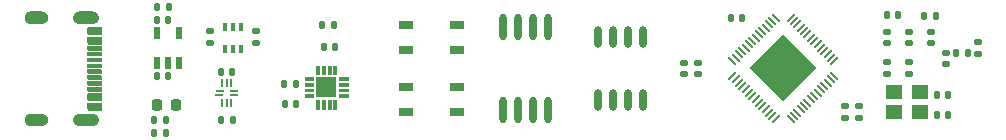
<source format=gtp>
%TF.GenerationSoftware,KiCad,Pcbnew,7.0.1*%
%TF.CreationDate,2023-03-19T17:52:52+08:00*%
%TF.ProjectId,UINIO-MCU-ESP32S3,55494e49-4f2d-44d4-9355-2d4553503332,Version 2.0.0*%
%TF.SameCoordinates,PX629df6ePY56b2a99*%
%TF.FileFunction,Paste,Top*%
%TF.FilePolarity,Positive*%
%FSLAX46Y46*%
G04 Gerber Fmt 4.6, Leading zero omitted, Abs format (unit mm)*
G04 Created by KiCad (PCBNEW 7.0.1) date 2023-03-19 17:52:52*
%MOMM*%
%LPD*%
G01*
G04 APERTURE LIST*
G04 Aperture macros list*
%AMRoundRect*
0 Rectangle with rounded corners*
0 $1 Rounding radius*
0 $2 $3 $4 $5 $6 $7 $8 $9 X,Y pos of 4 corners*
0 Add a 4 corners polygon primitive as box body*
4,1,4,$2,$3,$4,$5,$6,$7,$8,$9,$2,$3,0*
0 Add four circle primitives for the rounded corners*
1,1,$1+$1,$2,$3*
1,1,$1+$1,$4,$5*
1,1,$1+$1,$6,$7*
1,1,$1+$1,$8,$9*
0 Add four rect primitives between the rounded corners*
20,1,$1+$1,$2,$3,$4,$5,0*
20,1,$1+$1,$4,$5,$6,$7,0*
20,1,$1+$1,$6,$7,$8,$9,0*
20,1,$1+$1,$8,$9,$2,$3,0*%
%AMRotRect*
0 Rectangle, with rotation*
0 The origin of the aperture is its center*
0 $1 length*
0 $2 width*
0 $3 Rotation angle, in degrees counterclockwise*
0 Add horizontal line*
21,1,$1,$2,0,0,$3*%
G04 Aperture macros list end*
%ADD10C,0.120000*%
%ADD11RoundRect,0.140000X0.140000X0.170000X-0.140000X0.170000X-0.140000X-0.170000X0.140000X-0.170000X0*%
%ADD12RoundRect,0.140000X-0.140000X-0.170000X0.140000X-0.170000X0.140000X0.170000X-0.140000X0.170000X0*%
%ADD13RoundRect,0.135000X0.135000X0.185000X-0.135000X0.185000X-0.135000X-0.185000X0.135000X-0.185000X0*%
%ADD14RoundRect,0.218750X0.218750X0.256250X-0.218750X0.256250X-0.218750X-0.256250X0.218750X-0.256250X0*%
%ADD15RoundRect,0.140000X0.170000X-0.140000X0.170000X0.140000X-0.170000X0.140000X-0.170000X-0.140000X0*%
%ADD16RoundRect,0.135000X0.185000X-0.135000X0.185000X0.135000X-0.185000X0.135000X-0.185000X-0.135000X0*%
%ADD17R,1.200000X0.650000*%
%ADD18RoundRect,0.140000X-0.170000X0.140000X-0.170000X-0.140000X0.170000X-0.140000X0.170000X0.140000X0*%
%ADD19RoundRect,0.135000X-0.135000X-0.185000X0.135000X-0.185000X0.135000X0.185000X-0.135000X0.185000X0*%
%ADD20R,0.250000X0.750000*%
%ADD21R,0.750000X0.250000*%
%ADD22R,1.700000X1.700000*%
%ADD23R,1.400000X1.200000*%
%ADD24RoundRect,0.147500X0.147500X0.172500X-0.147500X0.172500X-0.147500X-0.172500X0.147500X-0.172500X0*%
%ADD25RotRect,0.200000X0.900000X135.000000*%
%ADD26RotRect,0.200000X0.900000X225.000000*%
%ADD27RotRect,0.200000X0.900000X315.000000*%
%ADD28RotRect,0.200000X0.900000X45.000000*%
%ADD29RotRect,4.000000X4.000000X225.000000*%
%ADD30R,1.150000X0.600000*%
%ADD31R,1.150000X0.300000*%
%ADD32R,0.750000X0.200000*%
%ADD33R,0.665000X0.200000*%
%ADD34R,0.200000X0.665000*%
%ADD35O,0.630000X1.865000*%
%ADD36O,0.630000X2.250000*%
%ADD37R,0.600000X1.000000*%
%ADD38R,0.420000X0.700000*%
G04 APERTURE END LIST*
%TO.C,U6*%
D10*
X28406265Y-9580663D02*
X27656265Y-9580663D01*
X27656265Y-9330663D01*
X28406265Y-9330663D01*
X28406265Y-9580663D01*
G36*
X28406265Y-9580663D02*
G01*
X27656265Y-9580663D01*
X27656265Y-9330663D01*
X28406265Y-9330663D01*
X28406265Y-9580663D01*
G37*
X28406265Y-9080663D02*
X27656265Y-9080663D01*
X27656265Y-8830663D01*
X28406265Y-8830663D01*
X28406265Y-9080663D01*
G36*
X28406265Y-9080663D02*
G01*
X27656265Y-9080663D01*
X27656265Y-8830663D01*
X28406265Y-8830663D01*
X28406265Y-9080663D01*
G37*
X28406265Y-8580663D02*
X27656265Y-8580663D01*
X27656265Y-8330663D01*
X28406265Y-8330663D01*
X28406265Y-8580663D01*
G36*
X28406265Y-8580663D02*
G01*
X27656265Y-8580663D01*
X27656265Y-8330663D01*
X28406265Y-8330663D01*
X28406265Y-8580663D01*
G37*
X28406265Y-8080663D02*
X27656265Y-8080663D01*
X27656265Y-7830663D01*
X28406265Y-7830663D01*
X28406265Y-8080663D01*
G36*
X28406265Y-8080663D02*
G01*
X27656265Y-8080663D01*
X27656265Y-7830663D01*
X28406265Y-7830663D01*
X28406265Y-8080663D01*
G37*
X27261265Y-9385663D02*
X25901265Y-9385663D01*
X25901265Y-8025663D01*
X27261265Y-8025663D01*
X27261265Y-9385663D01*
G36*
X27261265Y-9385663D02*
G01*
X25901265Y-9385663D01*
X25901265Y-8025663D01*
X27261265Y-8025663D01*
X27261265Y-9385663D01*
G37*
X27455265Y-10530663D02*
X27205265Y-10530663D01*
X27205265Y-9780663D01*
X27455265Y-9780663D01*
X27455265Y-10530663D01*
G36*
X27455265Y-10530663D02*
G01*
X27205265Y-10530663D01*
X27205265Y-9780663D01*
X27455265Y-9780663D01*
X27455265Y-10530663D01*
G37*
X27454265Y-7630663D02*
X27204265Y-7630663D01*
X27204265Y-6880663D01*
X27454265Y-6880663D01*
X27454265Y-7630663D01*
G36*
X27454265Y-7630663D02*
G01*
X27204265Y-7630663D01*
X27204265Y-6880663D01*
X27454265Y-6880663D01*
X27454265Y-7630663D01*
G37*
X26955265Y-10530663D02*
X26705265Y-10530663D01*
X26705265Y-9780663D01*
X26955265Y-9780663D01*
X26955265Y-10530663D01*
G36*
X26955265Y-10530663D02*
G01*
X26705265Y-10530663D01*
X26705265Y-9780663D01*
X26955265Y-9780663D01*
X26955265Y-10530663D01*
G37*
X26955265Y-7630663D02*
X26705265Y-7630663D01*
X26705265Y-6880663D01*
X26955265Y-6880663D01*
X26955265Y-7630663D01*
G36*
X26955265Y-7630663D02*
G01*
X26705265Y-7630663D01*
X26705265Y-6880663D01*
X26955265Y-6880663D01*
X26955265Y-7630663D01*
G37*
X26455265Y-10530663D02*
X26205265Y-10530663D01*
X26205265Y-9780663D01*
X26455265Y-9780663D01*
X26455265Y-10530663D01*
G36*
X26455265Y-10530663D02*
G01*
X26205265Y-10530663D01*
X26205265Y-9780663D01*
X26455265Y-9780663D01*
X26455265Y-10530663D01*
G37*
X26454265Y-7630663D02*
X26204265Y-7630663D01*
X26204265Y-6880663D01*
X26454265Y-6880663D01*
X26454265Y-7630663D01*
G36*
X26454265Y-7630663D02*
G01*
X26204265Y-7630663D01*
X26204265Y-6880663D01*
X26454265Y-6880663D01*
X26454265Y-7630663D01*
G37*
X25955265Y-10530663D02*
X25705265Y-10530663D01*
X25705265Y-9780663D01*
X25955265Y-9780663D01*
X25955265Y-10530663D01*
G36*
X25955265Y-10530663D02*
G01*
X25705265Y-10530663D01*
X25705265Y-9780663D01*
X25955265Y-9780663D01*
X25955265Y-10530663D01*
G37*
X25955265Y-7630663D02*
X25705265Y-7630663D01*
X25705265Y-6880663D01*
X25955265Y-6880663D01*
X25955265Y-7630663D01*
G36*
X25955265Y-7630663D02*
G01*
X25705265Y-7630663D01*
X25705265Y-6880663D01*
X25955265Y-6880663D01*
X25955265Y-7630663D01*
G37*
X25506265Y-9580663D02*
X24756265Y-9580663D01*
X24756265Y-9330663D01*
X25506265Y-9330663D01*
X25506265Y-9580663D01*
G36*
X25506265Y-9580663D02*
G01*
X24756265Y-9580663D01*
X24756265Y-9330663D01*
X25506265Y-9330663D01*
X25506265Y-9580663D01*
G37*
X25506265Y-9080663D02*
X24756265Y-9080663D01*
X24756265Y-8830663D01*
X25506265Y-8830663D01*
X25506265Y-9080663D01*
G36*
X25506265Y-9080663D02*
G01*
X24756265Y-9080663D01*
X24756265Y-8830663D01*
X25506265Y-8830663D01*
X25506265Y-9080663D01*
G37*
X25506265Y-8580663D02*
X24756265Y-8580663D01*
X24756265Y-8330663D01*
X25506265Y-8330663D01*
X25506265Y-8580663D01*
G36*
X25506265Y-8580663D02*
G01*
X24756265Y-8580663D01*
X24756265Y-8330663D01*
X25506265Y-8330663D01*
X25506265Y-8580663D01*
G37*
X25506265Y-8080663D02*
X24756265Y-8080663D01*
X24756265Y-7830663D01*
X25506265Y-7830663D01*
X25506265Y-8080663D01*
G36*
X25506265Y-8080663D02*
G01*
X24756265Y-8080663D01*
X24756265Y-7830663D01*
X25506265Y-7830663D01*
X25506265Y-8080663D01*
G37*
%TO.C,USB1*%
X7545210Y-4232831D02*
X6395210Y-4232831D01*
X6395210Y-3632831D01*
X7545210Y-3632831D01*
X7545210Y-4232831D01*
G36*
X7545210Y-4232831D02*
G01*
X6395210Y-4232831D01*
X6395210Y-3632831D01*
X7545210Y-3632831D01*
X7545210Y-4232831D01*
G37*
X7545210Y-5032831D02*
X6395210Y-5032831D01*
X6395210Y-4432831D01*
X7545210Y-4432831D01*
X7545210Y-5032831D01*
G36*
X7545210Y-5032831D02*
G01*
X6395210Y-5032831D01*
X6395210Y-4432831D01*
X7545210Y-4432831D01*
X7545210Y-5032831D01*
G37*
X7545210Y-5532831D02*
X6395210Y-5532831D01*
X6395210Y-5232831D01*
X7545210Y-5232831D01*
X7545210Y-5532831D01*
G36*
X7545210Y-5532831D02*
G01*
X6395210Y-5532831D01*
X6395210Y-5232831D01*
X7545210Y-5232831D01*
X7545210Y-5532831D01*
G37*
X7545210Y-6032831D02*
X6395210Y-6032831D01*
X6395210Y-5732831D01*
X7545210Y-5732831D01*
X7545210Y-6032831D01*
G36*
X7545210Y-6032831D02*
G01*
X6395210Y-6032831D01*
X6395210Y-5732831D01*
X7545210Y-5732831D01*
X7545210Y-6032831D01*
G37*
X7545210Y-6532831D02*
X6395210Y-6532831D01*
X6395210Y-6232831D01*
X7545210Y-6232831D01*
X7545210Y-6532831D01*
G36*
X7545210Y-6532831D02*
G01*
X6395210Y-6532831D01*
X6395210Y-6232831D01*
X7545210Y-6232831D01*
X7545210Y-6532831D01*
G37*
X7545210Y-7032831D02*
X6395210Y-7032831D01*
X6395210Y-6732831D01*
X7545210Y-6732831D01*
X7545210Y-7032831D01*
G36*
X7545210Y-7032831D02*
G01*
X6395210Y-7032831D01*
X6395210Y-6732831D01*
X7545210Y-6732831D01*
X7545210Y-7032831D01*
G37*
X7545210Y-7532831D02*
X6395210Y-7532831D01*
X6395210Y-7232831D01*
X7545210Y-7232831D01*
X7545210Y-7532831D01*
G36*
X7545210Y-7532831D02*
G01*
X6395210Y-7532831D01*
X6395210Y-7232831D01*
X7545210Y-7232831D01*
X7545210Y-7532831D01*
G37*
X7545210Y-8032831D02*
X6395210Y-8032831D01*
X6395210Y-7732831D01*
X7545210Y-7732831D01*
X7545210Y-8032831D01*
G36*
X7545210Y-8032831D02*
G01*
X6395210Y-8032831D01*
X6395210Y-7732831D01*
X7545210Y-7732831D01*
X7545210Y-8032831D01*
G37*
X7545210Y-8532831D02*
X6395210Y-8532831D01*
X6395210Y-8232831D01*
X7545210Y-8232831D01*
X7545210Y-8532831D01*
G36*
X7545210Y-8532831D02*
G01*
X6395210Y-8532831D01*
X6395210Y-8232831D01*
X7545210Y-8232831D01*
X7545210Y-8532831D01*
G37*
X7545210Y-9032831D02*
X6395210Y-9032831D01*
X6395210Y-8732831D01*
X7545210Y-8732831D01*
X7545210Y-9032831D01*
G36*
X7545210Y-9032831D02*
G01*
X6395210Y-9032831D01*
X6395210Y-8732831D01*
X7545210Y-8732831D01*
X7545210Y-9032831D01*
G37*
X7545210Y-9832831D02*
X6395210Y-9832831D01*
X6395210Y-9232831D01*
X7545210Y-9232831D01*
X7545210Y-9832831D01*
G36*
X7545210Y-9832831D02*
G01*
X6395210Y-9832831D01*
X6395210Y-9232831D01*
X7545210Y-9232831D01*
X7545210Y-9832831D01*
G37*
X7545210Y-10632831D02*
X6395210Y-10632831D01*
X6395210Y-10032831D01*
X7545210Y-10032831D01*
X7545210Y-10632831D01*
G36*
X7545210Y-10632831D02*
G01*
X6395210Y-10632831D01*
X6395210Y-10032831D01*
X7545210Y-10032831D01*
X7545210Y-10632831D01*
G37*
X6855210Y-2317831D02*
X6949210Y-2345831D01*
X7035210Y-2391831D01*
X7111210Y-2453831D01*
X7173210Y-2529831D01*
X7220210Y-2616831D01*
X7248210Y-2709831D01*
X7258210Y-2807831D01*
X7248210Y-2905831D01*
X7220210Y-2998831D01*
X7173210Y-3085831D01*
X7111210Y-3161831D01*
X7035210Y-3223831D01*
X6949210Y-3269831D01*
X6855210Y-3297831D01*
X6758210Y-3307831D01*
X5658210Y-3307831D01*
X5560210Y-3297831D01*
X5466210Y-3269831D01*
X5380210Y-3223831D01*
X5304210Y-3161831D01*
X5242210Y-3085831D01*
X5196210Y-2998831D01*
X5167210Y-2905831D01*
X5158210Y-2807831D01*
X5167210Y-2709831D01*
X5196210Y-2616831D01*
X5242210Y-2529831D01*
X5304210Y-2453831D01*
X5380210Y-2391831D01*
X5466210Y-2345831D01*
X5560210Y-2317831D01*
X5658210Y-2307831D01*
X6758210Y-2307831D01*
X6855210Y-2317831D01*
G36*
X6855210Y-2317831D02*
G01*
X6949210Y-2345831D01*
X7035210Y-2391831D01*
X7111210Y-2453831D01*
X7173210Y-2529831D01*
X7220210Y-2616831D01*
X7248210Y-2709831D01*
X7258210Y-2807831D01*
X7248210Y-2905831D01*
X7220210Y-2998831D01*
X7173210Y-3085831D01*
X7111210Y-3161831D01*
X7035210Y-3223831D01*
X6949210Y-3269831D01*
X6855210Y-3297831D01*
X6758210Y-3307831D01*
X5658210Y-3307831D01*
X5560210Y-3297831D01*
X5466210Y-3269831D01*
X5380210Y-3223831D01*
X5304210Y-3161831D01*
X5242210Y-3085831D01*
X5196210Y-2998831D01*
X5167210Y-2905831D01*
X5158210Y-2807831D01*
X5167210Y-2709831D01*
X5196210Y-2616831D01*
X5242210Y-2529831D01*
X5304210Y-2453831D01*
X5380210Y-2391831D01*
X5466210Y-2345831D01*
X5560210Y-2317831D01*
X5658210Y-2307831D01*
X6758210Y-2307831D01*
X6855210Y-2317831D01*
G37*
X2555210Y-2317831D02*
X2649210Y-2345831D01*
X2735210Y-2391831D01*
X2811210Y-2453831D01*
X2873210Y-2529831D01*
X2920210Y-2616831D01*
X2948210Y-2709831D01*
X2958210Y-2807831D01*
X2948210Y-2905831D01*
X2920210Y-2998831D01*
X2873210Y-3085831D01*
X2811210Y-3161831D01*
X2735210Y-3223831D01*
X2649210Y-3269831D01*
X2555210Y-3297831D01*
X2458210Y-3307831D01*
X1558210Y-3307831D01*
X1460210Y-3297831D01*
X1366210Y-3269831D01*
X1280210Y-3223831D01*
X1204210Y-3161831D01*
X1142210Y-3085831D01*
X1096210Y-2998831D01*
X1067210Y-2905831D01*
X1058210Y-2807831D01*
X1067210Y-2709831D01*
X1096210Y-2616831D01*
X1142210Y-2529831D01*
X1204210Y-2453831D01*
X1280210Y-2391831D01*
X1366210Y-2345831D01*
X1460210Y-2317831D01*
X1558210Y-2307831D01*
X2458210Y-2307831D01*
X2555210Y-2317831D01*
G36*
X2555210Y-2317831D02*
G01*
X2649210Y-2345831D01*
X2735210Y-2391831D01*
X2811210Y-2453831D01*
X2873210Y-2529831D01*
X2920210Y-2616831D01*
X2948210Y-2709831D01*
X2958210Y-2807831D01*
X2948210Y-2905831D01*
X2920210Y-2998831D01*
X2873210Y-3085831D01*
X2811210Y-3161831D01*
X2735210Y-3223831D01*
X2649210Y-3269831D01*
X2555210Y-3297831D01*
X2458210Y-3307831D01*
X1558210Y-3307831D01*
X1460210Y-3297831D01*
X1366210Y-3269831D01*
X1280210Y-3223831D01*
X1204210Y-3161831D01*
X1142210Y-3085831D01*
X1096210Y-2998831D01*
X1067210Y-2905831D01*
X1058210Y-2807831D01*
X1067210Y-2709831D01*
X1096210Y-2616831D01*
X1142210Y-2529831D01*
X1204210Y-2453831D01*
X1280210Y-2391831D01*
X1366210Y-2345831D01*
X1460210Y-2317831D01*
X1558210Y-2307831D01*
X2458210Y-2307831D01*
X2555210Y-2317831D01*
G37*
X6855210Y-10967831D02*
X6949210Y-10995831D01*
X7035210Y-11041831D01*
X7111210Y-11103831D01*
X7173210Y-11179831D01*
X7220210Y-11266831D01*
X7248210Y-11359831D01*
X7258210Y-11457831D01*
X7248210Y-11555831D01*
X7220210Y-11648831D01*
X7173210Y-11735831D01*
X7111210Y-11811831D01*
X7035210Y-11873831D01*
X6949210Y-11919831D01*
X6855210Y-11947831D01*
X6758210Y-11957831D01*
X5658210Y-11957831D01*
X5560210Y-11947831D01*
X5466210Y-11919831D01*
X5380210Y-11873831D01*
X5304210Y-11811831D01*
X5242210Y-11735831D01*
X5196210Y-11648831D01*
X5167210Y-11555831D01*
X5158210Y-11457831D01*
X5167210Y-11359831D01*
X5196210Y-11266831D01*
X5242210Y-11179831D01*
X5304210Y-11103831D01*
X5380210Y-11041831D01*
X5466210Y-10995831D01*
X5560210Y-10967831D01*
X5658210Y-10957831D01*
X6758210Y-10957831D01*
X6855210Y-10967831D01*
G36*
X6855210Y-10967831D02*
G01*
X6949210Y-10995831D01*
X7035210Y-11041831D01*
X7111210Y-11103831D01*
X7173210Y-11179831D01*
X7220210Y-11266831D01*
X7248210Y-11359831D01*
X7258210Y-11457831D01*
X7248210Y-11555831D01*
X7220210Y-11648831D01*
X7173210Y-11735831D01*
X7111210Y-11811831D01*
X7035210Y-11873831D01*
X6949210Y-11919831D01*
X6855210Y-11947831D01*
X6758210Y-11957831D01*
X5658210Y-11957831D01*
X5560210Y-11947831D01*
X5466210Y-11919831D01*
X5380210Y-11873831D01*
X5304210Y-11811831D01*
X5242210Y-11735831D01*
X5196210Y-11648831D01*
X5167210Y-11555831D01*
X5158210Y-11457831D01*
X5167210Y-11359831D01*
X5196210Y-11266831D01*
X5242210Y-11179831D01*
X5304210Y-11103831D01*
X5380210Y-11041831D01*
X5466210Y-10995831D01*
X5560210Y-10967831D01*
X5658210Y-10957831D01*
X6758210Y-10957831D01*
X6855210Y-10967831D01*
G37*
X2555210Y-10967831D02*
X2649210Y-10995831D01*
X2735210Y-11041831D01*
X2811210Y-11103831D01*
X2873210Y-11179831D01*
X2920210Y-11266831D01*
X2948210Y-11359831D01*
X2958210Y-11457831D01*
X2948210Y-11555831D01*
X2920210Y-11648831D01*
X2873210Y-11735831D01*
X2811210Y-11811831D01*
X2735210Y-11873831D01*
X2649210Y-11919831D01*
X2555210Y-11947831D01*
X2458210Y-11957831D01*
X1558210Y-11957831D01*
X1460210Y-11947831D01*
X1366210Y-11919831D01*
X1280210Y-11873831D01*
X1204210Y-11811831D01*
X1142210Y-11735831D01*
X1096210Y-11648831D01*
X1067210Y-11555831D01*
X1058210Y-11457831D01*
X1067210Y-11359831D01*
X1096210Y-11266831D01*
X1142210Y-11179831D01*
X1204210Y-11103831D01*
X1280210Y-11041831D01*
X1366210Y-10995831D01*
X1460210Y-10967831D01*
X1558210Y-10957831D01*
X2458210Y-10957831D01*
X2555210Y-10967831D01*
G36*
X2555210Y-10967831D02*
G01*
X2649210Y-10995831D01*
X2735210Y-11041831D01*
X2811210Y-11103831D01*
X2873210Y-11179831D01*
X2920210Y-11266831D01*
X2948210Y-11359831D01*
X2958210Y-11457831D01*
X2948210Y-11555831D01*
X2920210Y-11648831D01*
X2873210Y-11735831D01*
X2811210Y-11811831D01*
X2735210Y-11873831D01*
X2649210Y-11919831D01*
X2555210Y-11947831D01*
X2458210Y-11957831D01*
X1558210Y-11957831D01*
X1460210Y-11947831D01*
X1366210Y-11919831D01*
X1280210Y-11873831D01*
X1204210Y-11811831D01*
X1142210Y-11735831D01*
X1096210Y-11648831D01*
X1067210Y-11555831D01*
X1058210Y-11457831D01*
X1067210Y-11359831D01*
X1096210Y-11266831D01*
X1142210Y-11179831D01*
X1204210Y-11103831D01*
X1280210Y-11041831D01*
X1366210Y-10995831D01*
X1460210Y-10967831D01*
X1558210Y-10957831D01*
X2458210Y-10957831D01*
X2555210Y-10967831D01*
G37*
%TD*%
D11*
%TO.C,C15*%
X79239210Y-9405663D03*
X78279210Y-9405663D03*
%TD*%
%TO.C,C12*%
X61819210Y-2865663D03*
X60859210Y-2865663D03*
%TD*%
D12*
%TO.C,C14*%
X23029210Y-8440000D03*
X23989210Y-8440000D03*
%TD*%
D13*
%TO.C,R9*%
X27269210Y-3415663D03*
X26249210Y-3415663D03*
%TD*%
D14*
%TO.C,D1*%
X13844210Y-10195663D03*
X12269210Y-10195663D03*
%TD*%
D15*
%TO.C,C9*%
X75939210Y-7575663D03*
X75939210Y-6615663D03*
%TD*%
%TO.C,C10*%
X74099210Y-7575663D03*
X74099210Y-6615663D03*
%TD*%
%TO.C,C19*%
X70479210Y-11295663D03*
X70479210Y-10335663D03*
%TD*%
D16*
%TO.C,R7*%
X16789210Y-4997163D03*
X16789210Y-3977163D03*
%TD*%
D17*
%TO.C,SW1*%
X33340000Y-8685000D03*
X37640000Y-8685000D03*
X33340000Y-10835000D03*
X37640000Y-10835000D03*
%TD*%
D11*
%TO.C,C1*%
X13199210Y-7795663D03*
X12239210Y-7795663D03*
%TD*%
D18*
%TO.C,C4*%
X75930000Y-4020000D03*
X75930000Y-4980000D03*
%TD*%
D19*
%TO.C,R2*%
X11996710Y-12585663D03*
X13016710Y-12585663D03*
%TD*%
D20*
%TO.C,U6*%
X27329265Y-7255663D03*
X26830265Y-7255663D03*
X26329265Y-7255663D03*
X25830265Y-7255663D03*
D21*
X25131265Y-7955663D03*
X25131265Y-8455663D03*
X25131265Y-8955663D03*
X25131265Y-9455663D03*
D20*
X25831265Y-10155663D03*
X26331265Y-10155663D03*
X26831265Y-10155663D03*
X27330265Y-10155663D03*
D21*
X28031265Y-9455663D03*
X28031265Y-8955663D03*
X28031265Y-8455663D03*
X28031265Y-7955663D03*
D22*
X26581265Y-8705663D03*
%TD*%
D15*
%TO.C,C20*%
X56891265Y-7615663D03*
X56891265Y-6655663D03*
%TD*%
D11*
%TO.C,C2*%
X13199210Y-3025663D03*
X12239210Y-3025663D03*
%TD*%
D19*
%TO.C,R3*%
X11996710Y-11525663D03*
X13016710Y-11525663D03*
%TD*%
D18*
%TO.C,C3*%
X74090000Y-4020000D03*
X74090000Y-4980000D03*
%TD*%
%TO.C,C6*%
X77780000Y-4020000D03*
X77780000Y-4980000D03*
%TD*%
D12*
%TO.C,C13*%
X23059210Y-10160000D03*
X24019210Y-10160000D03*
%TD*%
%TO.C,C16*%
X78289210Y-11095663D03*
X79249210Y-11095663D03*
%TD*%
D23*
%TO.C,Y1*%
X76849210Y-9145663D03*
X74649210Y-9145663D03*
X74649210Y-10845663D03*
X76849210Y-10845663D03*
%TD*%
D15*
%TO.C,C5*%
X81810000Y-5880000D03*
X81810000Y-4920000D03*
%TD*%
%TO.C,C18*%
X58061265Y-7615663D03*
X58061265Y-6655663D03*
%TD*%
D24*
%TO.C,L1*%
X80905000Y-5840000D03*
X79935000Y-5840000D03*
%TD*%
D18*
%TO.C,C8*%
X79030000Y-5800000D03*
X79030000Y-6760000D03*
%TD*%
D25*
%TO.C,U5*%
X69600328Y-6496435D03*
X69317486Y-6213592D03*
X69034643Y-5930749D03*
X68751800Y-5647907D03*
X68468958Y-5365064D03*
X68186115Y-5082221D03*
X67903272Y-4799379D03*
X67620429Y-4516536D03*
X67337587Y-4233693D03*
X67054744Y-3950850D03*
X66771901Y-3668008D03*
X66489059Y-3385165D03*
X66206216Y-3102322D03*
X65923373Y-2819480D03*
D26*
X64650581Y-2819480D03*
X64367738Y-3102322D03*
X64084895Y-3385165D03*
X63802053Y-3668008D03*
X63519210Y-3950850D03*
X63236367Y-4233693D03*
X62953525Y-4516536D03*
X62670682Y-4799379D03*
X62387839Y-5082221D03*
X62104996Y-5365064D03*
X61822154Y-5647907D03*
X61539311Y-5930749D03*
X61256468Y-6213592D03*
X60973626Y-6496435D03*
D27*
X60973626Y-7769227D03*
X61256468Y-8052070D03*
X61539311Y-8334913D03*
X61822154Y-8617755D03*
X62104996Y-8900598D03*
X62387839Y-9183441D03*
X62670682Y-9466283D03*
X62953525Y-9749126D03*
X63236367Y-10031969D03*
X63519210Y-10314812D03*
X63802053Y-10597654D03*
X64084895Y-10880497D03*
X64367738Y-11163340D03*
X64650581Y-11446182D03*
D28*
X65923373Y-11446182D03*
X66206216Y-11163340D03*
X66489059Y-10880497D03*
X66771901Y-10597654D03*
X67054744Y-10314812D03*
X67337587Y-10031969D03*
X67620429Y-9749126D03*
X67903272Y-9466283D03*
X68186115Y-9183441D03*
X68468958Y-8900598D03*
X68751800Y-8617755D03*
X69034643Y-8334913D03*
X69317486Y-8052070D03*
X69600328Y-7769227D03*
D29*
X65286977Y-7132831D03*
%TD*%
D13*
%TO.C,R4*%
X78249210Y-2665663D03*
X77229210Y-2665663D03*
%TD*%
D16*
%TO.C,R8*%
X20669210Y-4997163D03*
X20669210Y-3977163D03*
%TD*%
D11*
%TO.C,C17*%
X27341265Y-5300000D03*
X26381265Y-5300000D03*
%TD*%
D30*
%TO.C,USB1*%
X6970210Y-3932831D03*
X6970210Y-4732831D03*
D31*
X6970210Y-5882831D03*
X6970210Y-6882831D03*
X6970210Y-7382831D03*
X6970210Y-8382831D03*
D30*
X6970210Y-10332831D03*
X6970210Y-9532831D03*
D31*
X6970210Y-8882831D03*
X6970210Y-7882831D03*
X6970210Y-6382831D03*
X6970210Y-5382831D03*
%TD*%
D32*
%TO.C,U4*%
X17586905Y-9005805D03*
D33*
X17543905Y-9405805D03*
D34*
X17751905Y-10037805D03*
X18151905Y-10037805D03*
X18551905Y-10037805D03*
D33*
X18759905Y-9405805D03*
X18759905Y-9005805D03*
D34*
X18551905Y-8373805D03*
X18151905Y-8373805D03*
X17751905Y-8373805D03*
%TD*%
D12*
%TO.C,C7*%
X74039210Y-2635663D03*
X74999210Y-2635663D03*
%TD*%
D17*
%TO.C,SW2*%
X37641265Y-5585000D03*
X33341265Y-5585000D03*
X37641265Y-3435000D03*
X33341265Y-3435000D03*
%TD*%
D35*
%TO.C,U3*%
X49606265Y-9792000D03*
X50876265Y-9792000D03*
X52146265Y-9792000D03*
X53416265Y-9792000D03*
X53416265Y-4428000D03*
X52146265Y-4428000D03*
X50876265Y-4428000D03*
X49606265Y-4428000D03*
%TD*%
D16*
%TO.C,R6*%
X71669210Y-11305663D03*
X71669210Y-10285663D03*
%TD*%
D13*
%TO.C,R1*%
X13249210Y-1945663D03*
X12229210Y-1945663D03*
%TD*%
%TO.C,R5*%
X18679210Y-11520663D03*
X17659210Y-11520663D03*
%TD*%
D36*
%TO.C,U2*%
X41526265Y-10650000D03*
X42796265Y-10650000D03*
X44066265Y-10650000D03*
X45336265Y-10650000D03*
X45336265Y-3590000D03*
X44066265Y-3590000D03*
X42796265Y-3590000D03*
X41526265Y-3590000D03*
%TD*%
D37*
%TO.C,U1*%
X12239210Y-6705663D03*
X13189210Y-6705663D03*
X14139210Y-6705663D03*
X14139210Y-4105663D03*
X12239210Y-4105663D03*
%TD*%
D38*
%TO.C,U7*%
X19360960Y-3603663D03*
X18710960Y-3603663D03*
X18060960Y-3603663D03*
X18060960Y-5443663D03*
X18710960Y-5443663D03*
X19360960Y-5443663D03*
%TD*%
D11*
%TO.C,C11*%
X18629210Y-7390805D03*
X17669210Y-7390805D03*
%TD*%
M02*

</source>
